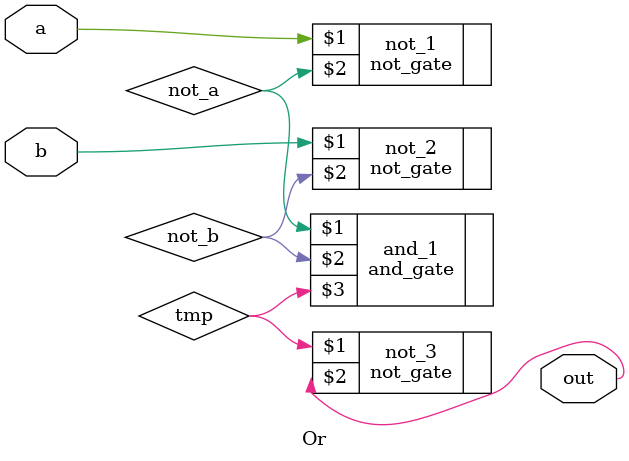
<source format=sv>
module Or(
    input a, b,
    output out);
  wire                not_a, not_b, tmp;

  not_gate not_1(a, not_a);
  not_gate not_2(b, not_b);
  and_gate and_1(not_a, not_b, tmp);
  not_gate not_3(tmp, out);
endmodule // or_gate

</source>
